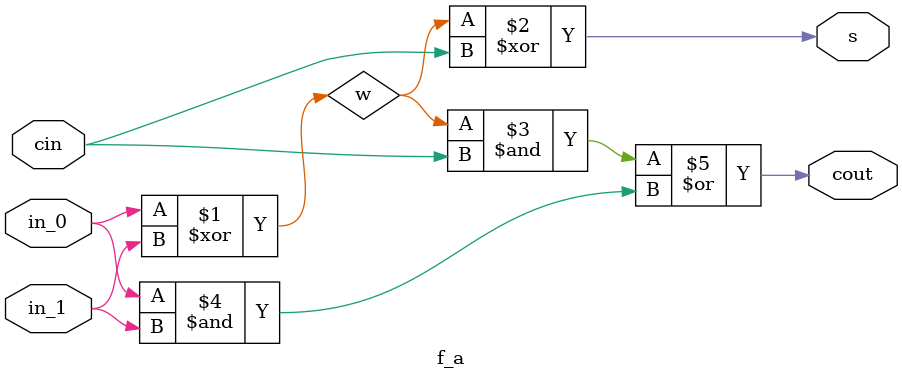
<source format=v>
module f_a	(output s, cout, 
			input	in_0, in_1, cin
);

wire	w ;

assign	w = in_0 ^ in_1 ;
assign	s = w ^ cin ;
assign	cout = (w & cin) | (in_0 & in_1) ;

endmodule

</source>
